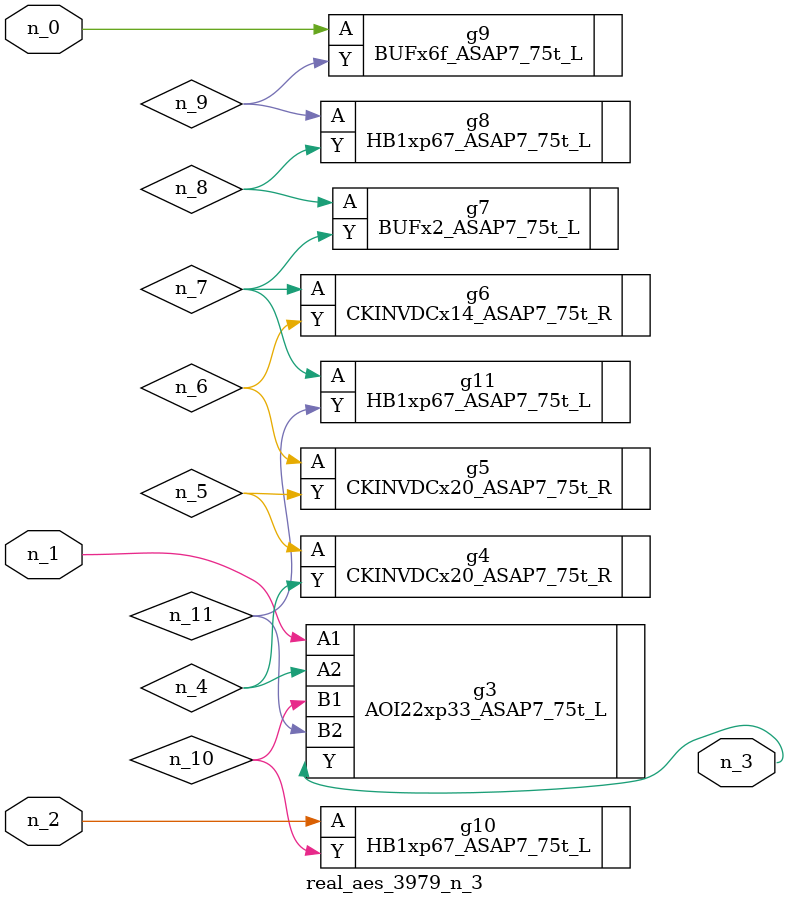
<source format=v>
module real_aes_3979_n_3 (n_0, n_2, n_1, n_3);
input n_0;
input n_2;
input n_1;
output n_3;
wire n_4;
wire n_5;
wire n_7;
wire n_8;
wire n_6;
wire n_9;
wire n_10;
wire n_11;
BUFx6f_ASAP7_75t_L g9 ( .A(n_0), .Y(n_9) );
AOI22xp33_ASAP7_75t_L g3 ( .A1(n_1), .A2(n_4), .B1(n_10), .B2(n_11), .Y(n_3) );
HB1xp67_ASAP7_75t_L g10 ( .A(n_2), .Y(n_10) );
CKINVDCx20_ASAP7_75t_R g4 ( .A(n_5), .Y(n_4) );
CKINVDCx20_ASAP7_75t_R g5 ( .A(n_6), .Y(n_5) );
CKINVDCx14_ASAP7_75t_R g6 ( .A(n_7), .Y(n_6) );
HB1xp67_ASAP7_75t_L g11 ( .A(n_7), .Y(n_11) );
BUFx2_ASAP7_75t_L g7 ( .A(n_8), .Y(n_7) );
HB1xp67_ASAP7_75t_L g8 ( .A(n_9), .Y(n_8) );
endmodule
</source>
